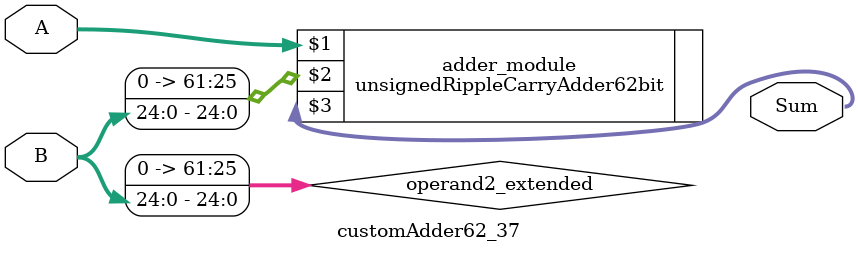
<source format=v>
module customAdder62_37(
                        input [61 : 0] A,
                        input [24 : 0] B,
                        
                        output [62 : 0] Sum
                );

        wire [61 : 0] operand2_extended;
        
        assign operand2_extended =  {37'b0, B};
        
        unsignedRippleCarryAdder62bit adder_module(
            A,
            operand2_extended,
            Sum
        );
        
        endmodule
        
</source>
